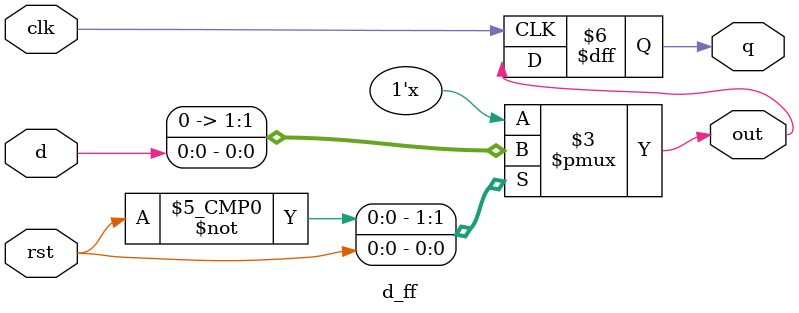
<source format=v>

module d_ff( input d,input clk,input rst,output reg out,output reg q); 
   always @(*)
   begin
    case(rst)
      1'b0:out=0;
      1'b1:out=d;
    endcase
  end
    always @ (posedge clk)
     begin
       q<=out;
     end
  endmodule
  
      
    

</source>
